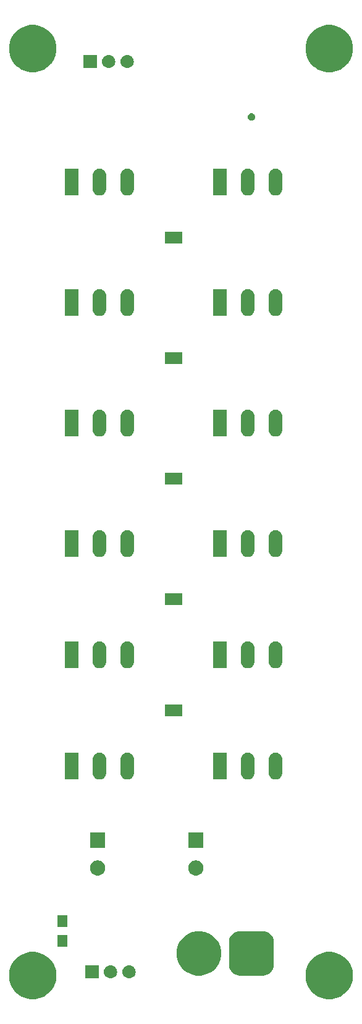
<source format=gbr>
G04 #@! TF.GenerationSoftware,KiCad,Pcbnew,(5.1.4)-1*
G04 #@! TF.CreationDate,2020-10-19T18:16:54+02:00*
G04 #@! TF.ProjectId,distrilite,64697374-7269-46c6-9974-652e6b696361,rev?*
G04 #@! TF.SameCoordinates,Original*
G04 #@! TF.FileFunction,Soldermask,Top*
G04 #@! TF.FilePolarity,Negative*
%FSLAX46Y46*%
G04 Gerber Fmt 4.6, Leading zero omitted, Abs format (unit mm)*
G04 Created by KiCad (PCBNEW (5.1.4)-1) date 2020-10-19 18:16:54*
%MOMM*%
%LPD*%
G04 APERTURE LIST*
%ADD10C,0.100000*%
G04 APERTURE END LIST*
D10*
G36*
X71754239Y-164451467D02*
G01*
X72068282Y-164513934D01*
X72659926Y-164759001D01*
X73192392Y-165114784D01*
X73645216Y-165567608D01*
X74000999Y-166100074D01*
X74246066Y-166691718D01*
X74305888Y-166992462D01*
X74371000Y-167319803D01*
X74371000Y-167960197D01*
X74308533Y-168274239D01*
X74246066Y-168588282D01*
X74000999Y-169179926D01*
X73645216Y-169712392D01*
X73192392Y-170165216D01*
X72659926Y-170520999D01*
X72068282Y-170766066D01*
X71754239Y-170828533D01*
X71440197Y-170891000D01*
X70799803Y-170891000D01*
X70485761Y-170828533D01*
X70171718Y-170766066D01*
X69580074Y-170520999D01*
X69047608Y-170165216D01*
X68594784Y-169712392D01*
X68239001Y-169179926D01*
X67993934Y-168588282D01*
X67931467Y-168274239D01*
X67869000Y-167960197D01*
X67869000Y-167319803D01*
X67934112Y-166992462D01*
X67993934Y-166691718D01*
X68239001Y-166100074D01*
X68594784Y-165567608D01*
X69047608Y-165114784D01*
X69580074Y-164759001D01*
X70171718Y-164513934D01*
X70485761Y-164451467D01*
X70799803Y-164389000D01*
X71440197Y-164389000D01*
X71754239Y-164451467D01*
X71754239Y-164451467D01*
G37*
G36*
X31114239Y-164451467D02*
G01*
X31428282Y-164513934D01*
X32019926Y-164759001D01*
X32552392Y-165114784D01*
X33005216Y-165567608D01*
X33360999Y-166100074D01*
X33606066Y-166691718D01*
X33665888Y-166992462D01*
X33731000Y-167319803D01*
X33731000Y-167960197D01*
X33668533Y-168274239D01*
X33606066Y-168588282D01*
X33360999Y-169179926D01*
X33005216Y-169712392D01*
X32552392Y-170165216D01*
X32019926Y-170520999D01*
X31428282Y-170766066D01*
X31114239Y-170828533D01*
X30800197Y-170891000D01*
X30159803Y-170891000D01*
X29845761Y-170828533D01*
X29531718Y-170766066D01*
X28940074Y-170520999D01*
X28407608Y-170165216D01*
X27954784Y-169712392D01*
X27599001Y-169179926D01*
X27353934Y-168588282D01*
X27291467Y-168274239D01*
X27229000Y-167960197D01*
X27229000Y-167319803D01*
X27294112Y-166992462D01*
X27353934Y-166691718D01*
X27599001Y-166100074D01*
X27954784Y-165567608D01*
X28407608Y-165114784D01*
X28940074Y-164759001D01*
X29531718Y-164513934D01*
X29845761Y-164451467D01*
X30159803Y-164389000D01*
X30800197Y-164389000D01*
X31114239Y-164451467D01*
X31114239Y-164451467D01*
G37*
G36*
X43798442Y-166237518D02*
G01*
X43864627Y-166244037D01*
X44034466Y-166295557D01*
X44190991Y-166379222D01*
X44226729Y-166408552D01*
X44328186Y-166491814D01*
X44411448Y-166593271D01*
X44440778Y-166629009D01*
X44524443Y-166785534D01*
X44575963Y-166955373D01*
X44593359Y-167132000D01*
X44575963Y-167308627D01*
X44524443Y-167478466D01*
X44440778Y-167634991D01*
X44434205Y-167643000D01*
X44328186Y-167772186D01*
X44226729Y-167855448D01*
X44190991Y-167884778D01*
X44034466Y-167968443D01*
X43864627Y-168019963D01*
X43798442Y-168026482D01*
X43732260Y-168033000D01*
X43643740Y-168033000D01*
X43577558Y-168026482D01*
X43511373Y-168019963D01*
X43341534Y-167968443D01*
X43185009Y-167884778D01*
X43149271Y-167855448D01*
X43047814Y-167772186D01*
X42941795Y-167643000D01*
X42935222Y-167634991D01*
X42851557Y-167478466D01*
X42800037Y-167308627D01*
X42782641Y-167132000D01*
X42800037Y-166955373D01*
X42851557Y-166785534D01*
X42935222Y-166629009D01*
X42964552Y-166593271D01*
X43047814Y-166491814D01*
X43149271Y-166408552D01*
X43185009Y-166379222D01*
X43341534Y-166295557D01*
X43511373Y-166244037D01*
X43577558Y-166237518D01*
X43643740Y-166231000D01*
X43732260Y-166231000D01*
X43798442Y-166237518D01*
X43798442Y-166237518D01*
G37*
G36*
X41258442Y-166237518D02*
G01*
X41324627Y-166244037D01*
X41494466Y-166295557D01*
X41650991Y-166379222D01*
X41686729Y-166408552D01*
X41788186Y-166491814D01*
X41871448Y-166593271D01*
X41900778Y-166629009D01*
X41984443Y-166785534D01*
X42035963Y-166955373D01*
X42053359Y-167132000D01*
X42035963Y-167308627D01*
X41984443Y-167478466D01*
X41900778Y-167634991D01*
X41894205Y-167643000D01*
X41788186Y-167772186D01*
X41686729Y-167855448D01*
X41650991Y-167884778D01*
X41494466Y-167968443D01*
X41324627Y-168019963D01*
X41258442Y-168026482D01*
X41192260Y-168033000D01*
X41103740Y-168033000D01*
X41037558Y-168026482D01*
X40971373Y-168019963D01*
X40801534Y-167968443D01*
X40645009Y-167884778D01*
X40609271Y-167855448D01*
X40507814Y-167772186D01*
X40401795Y-167643000D01*
X40395222Y-167634991D01*
X40311557Y-167478466D01*
X40260037Y-167308627D01*
X40242641Y-167132000D01*
X40260037Y-166955373D01*
X40311557Y-166785534D01*
X40395222Y-166629009D01*
X40424552Y-166593271D01*
X40507814Y-166491814D01*
X40609271Y-166408552D01*
X40645009Y-166379222D01*
X40801534Y-166295557D01*
X40971373Y-166244037D01*
X41037558Y-166237518D01*
X41103740Y-166231000D01*
X41192260Y-166231000D01*
X41258442Y-166237518D01*
X41258442Y-166237518D01*
G37*
G36*
X39509000Y-168033000D02*
G01*
X37707000Y-168033000D01*
X37707000Y-166231000D01*
X39509000Y-166231000D01*
X39509000Y-168033000D01*
X39509000Y-168033000D01*
G37*
G36*
X54141943Y-161658248D02*
G01*
X54697189Y-161888238D01*
X54697190Y-161888239D01*
X55196899Y-162222134D01*
X55621866Y-162647101D01*
X55621867Y-162647103D01*
X55955762Y-163146811D01*
X56185752Y-163702057D01*
X56303000Y-164291501D01*
X56303000Y-164892499D01*
X56185752Y-165481943D01*
X55955762Y-166037189D01*
X55955761Y-166037190D01*
X55621866Y-166536899D01*
X55196899Y-166961866D01*
X54945347Y-167129948D01*
X54697189Y-167295762D01*
X54141943Y-167525752D01*
X53552499Y-167643000D01*
X52951501Y-167643000D01*
X52362057Y-167525752D01*
X51806811Y-167295762D01*
X51558653Y-167129948D01*
X51307101Y-166961866D01*
X50882134Y-166536899D01*
X50548239Y-166037190D01*
X50548238Y-166037189D01*
X50318248Y-165481943D01*
X50201000Y-164892499D01*
X50201000Y-164291501D01*
X50318248Y-163702057D01*
X50548238Y-163146811D01*
X50882133Y-162647103D01*
X50882134Y-162647101D01*
X51307101Y-162222134D01*
X51806810Y-161888239D01*
X51806811Y-161888238D01*
X52362057Y-161658248D01*
X52951501Y-161541000D01*
X53552499Y-161541000D01*
X54141943Y-161658248D01*
X54141943Y-161658248D01*
G37*
G36*
X62325297Y-161569704D02*
G01*
X62599637Y-161652924D01*
X62852462Y-161788062D01*
X63074070Y-161969930D01*
X63255938Y-162191538D01*
X63391076Y-162444363D01*
X63474296Y-162718703D01*
X63503000Y-163010140D01*
X63503000Y-166173860D01*
X63474296Y-166465297D01*
X63391076Y-166739637D01*
X63255938Y-166992462D01*
X63074070Y-167214070D01*
X62852462Y-167395938D01*
X62599637Y-167531076D01*
X62325297Y-167614296D01*
X62033860Y-167643000D01*
X58870140Y-167643000D01*
X58578703Y-167614296D01*
X58304363Y-167531076D01*
X58051538Y-167395938D01*
X57829930Y-167214070D01*
X57648062Y-166992462D01*
X57512924Y-166739637D01*
X57429704Y-166465297D01*
X57401000Y-166173860D01*
X57401000Y-163010140D01*
X57429704Y-162718703D01*
X57512924Y-162444363D01*
X57648062Y-162191538D01*
X57829930Y-161969930D01*
X58051538Y-161788062D01*
X58304363Y-161652924D01*
X58578703Y-161569704D01*
X58870140Y-161541000D01*
X62033860Y-161541000D01*
X62325297Y-161569704D01*
X62325297Y-161569704D01*
G37*
G36*
X35245000Y-163695000D02*
G01*
X33843000Y-163695000D01*
X33843000Y-162093000D01*
X35245000Y-162093000D01*
X35245000Y-163695000D01*
X35245000Y-163695000D01*
G37*
G36*
X35245000Y-160995000D02*
G01*
X33843000Y-160995000D01*
X33843000Y-159393000D01*
X35245000Y-159393000D01*
X35245000Y-160995000D01*
X35245000Y-160995000D01*
G37*
G36*
X39676564Y-151887389D02*
G01*
X39867833Y-151966615D01*
X39867835Y-151966616D01*
X40039973Y-152081635D01*
X40186365Y-152228027D01*
X40301385Y-152400167D01*
X40380611Y-152591436D01*
X40421000Y-152794484D01*
X40421000Y-153001516D01*
X40380611Y-153204564D01*
X40301385Y-153395833D01*
X40301384Y-153395835D01*
X40186365Y-153567973D01*
X40039973Y-153714365D01*
X39867835Y-153829384D01*
X39867834Y-153829385D01*
X39867833Y-153829385D01*
X39676564Y-153908611D01*
X39473516Y-153949000D01*
X39266484Y-153949000D01*
X39063436Y-153908611D01*
X38872167Y-153829385D01*
X38872166Y-153829385D01*
X38872165Y-153829384D01*
X38700027Y-153714365D01*
X38553635Y-153567973D01*
X38438616Y-153395835D01*
X38438615Y-153395833D01*
X38359389Y-153204564D01*
X38319000Y-153001516D01*
X38319000Y-152794484D01*
X38359389Y-152591436D01*
X38438615Y-152400167D01*
X38553635Y-152228027D01*
X38700027Y-152081635D01*
X38872165Y-151966616D01*
X38872167Y-151966615D01*
X39063436Y-151887389D01*
X39266484Y-151847000D01*
X39473516Y-151847000D01*
X39676564Y-151887389D01*
X39676564Y-151887389D01*
G37*
G36*
X53138564Y-151887389D02*
G01*
X53329833Y-151966615D01*
X53329835Y-151966616D01*
X53501973Y-152081635D01*
X53648365Y-152228027D01*
X53763385Y-152400167D01*
X53842611Y-152591436D01*
X53883000Y-152794484D01*
X53883000Y-153001516D01*
X53842611Y-153204564D01*
X53763385Y-153395833D01*
X53763384Y-153395835D01*
X53648365Y-153567973D01*
X53501973Y-153714365D01*
X53329835Y-153829384D01*
X53329834Y-153829385D01*
X53329833Y-153829385D01*
X53138564Y-153908611D01*
X52935516Y-153949000D01*
X52728484Y-153949000D01*
X52525436Y-153908611D01*
X52334167Y-153829385D01*
X52334166Y-153829385D01*
X52334165Y-153829384D01*
X52162027Y-153714365D01*
X52015635Y-153567973D01*
X51900616Y-153395835D01*
X51900615Y-153395833D01*
X51821389Y-153204564D01*
X51781000Y-153001516D01*
X51781000Y-152794484D01*
X51821389Y-152591436D01*
X51900615Y-152400167D01*
X52015635Y-152228027D01*
X52162027Y-152081635D01*
X52334165Y-151966616D01*
X52334167Y-151966615D01*
X52525436Y-151887389D01*
X52728484Y-151847000D01*
X52935516Y-151847000D01*
X53138564Y-151887389D01*
X53138564Y-151887389D01*
G37*
G36*
X53883000Y-150149000D02*
G01*
X51781000Y-150149000D01*
X51781000Y-148047000D01*
X53883000Y-148047000D01*
X53883000Y-150149000D01*
X53883000Y-150149000D01*
G37*
G36*
X40421000Y-150149000D02*
G01*
X38319000Y-150149000D01*
X38319000Y-148047000D01*
X40421000Y-148047000D01*
X40421000Y-150149000D01*
X40421000Y-150149000D01*
G37*
G36*
X43620424Y-137100760D02*
G01*
X43620427Y-137100761D01*
X43620428Y-137100761D01*
X43799692Y-137155140D01*
X43799695Y-137155142D01*
X43799696Y-137155142D01*
X43964903Y-137243446D01*
X44109712Y-137362288D01*
X44228554Y-137507097D01*
X44316858Y-137672303D01*
X44316860Y-137672307D01*
X44316860Y-137672308D01*
X44371240Y-137851575D01*
X44385000Y-137991282D01*
X44385000Y-139884718D01*
X44371240Y-140024425D01*
X44371239Y-140024428D01*
X44371239Y-140024429D01*
X44316860Y-140203693D01*
X44316858Y-140203696D01*
X44316858Y-140203697D01*
X44228554Y-140368903D01*
X44109712Y-140513712D01*
X43964903Y-140632554D01*
X43799697Y-140720858D01*
X43799693Y-140720860D01*
X43620429Y-140775239D01*
X43620428Y-140775239D01*
X43620425Y-140775240D01*
X43434000Y-140793601D01*
X43247576Y-140775240D01*
X43247573Y-140775239D01*
X43247572Y-140775239D01*
X43068308Y-140720860D01*
X43068304Y-140720858D01*
X42903098Y-140632554D01*
X42758289Y-140513712D01*
X42639447Y-140368903D01*
X42551143Y-140203697D01*
X42551143Y-140203696D01*
X42551141Y-140203693D01*
X42496762Y-140024429D01*
X42496762Y-140024428D01*
X42496761Y-140024425D01*
X42483000Y-139884717D01*
X42483000Y-137991283D01*
X42496760Y-137851576D01*
X42496761Y-137851572D01*
X42551140Y-137672308D01*
X42551143Y-137672303D01*
X42639446Y-137507097D01*
X42758288Y-137362288D01*
X42903097Y-137243446D01*
X43068303Y-137155142D01*
X43068304Y-137155142D01*
X43068307Y-137155140D01*
X43247571Y-137100761D01*
X43247572Y-137100761D01*
X43247575Y-137100760D01*
X43434000Y-137082399D01*
X43620424Y-137100760D01*
X43620424Y-137100760D01*
G37*
G36*
X63940424Y-137100760D02*
G01*
X63940427Y-137100761D01*
X63940428Y-137100761D01*
X64119692Y-137155140D01*
X64119695Y-137155142D01*
X64119696Y-137155142D01*
X64284903Y-137243446D01*
X64429712Y-137362288D01*
X64548554Y-137507097D01*
X64636858Y-137672303D01*
X64636860Y-137672307D01*
X64636860Y-137672308D01*
X64691240Y-137851575D01*
X64705000Y-137991282D01*
X64705000Y-139884718D01*
X64691240Y-140024425D01*
X64691239Y-140024428D01*
X64691239Y-140024429D01*
X64636860Y-140203693D01*
X64636858Y-140203696D01*
X64636858Y-140203697D01*
X64548554Y-140368903D01*
X64429712Y-140513712D01*
X64284903Y-140632554D01*
X64119697Y-140720858D01*
X64119693Y-140720860D01*
X63940429Y-140775239D01*
X63940428Y-140775239D01*
X63940425Y-140775240D01*
X63754000Y-140793601D01*
X63567576Y-140775240D01*
X63567573Y-140775239D01*
X63567572Y-140775239D01*
X63388308Y-140720860D01*
X63388304Y-140720858D01*
X63223098Y-140632554D01*
X63078289Y-140513712D01*
X62959447Y-140368903D01*
X62871143Y-140203697D01*
X62871143Y-140203696D01*
X62871141Y-140203693D01*
X62816762Y-140024429D01*
X62816762Y-140024428D01*
X62816761Y-140024425D01*
X62803000Y-139884717D01*
X62803000Y-137991283D01*
X62816760Y-137851576D01*
X62816761Y-137851572D01*
X62871140Y-137672308D01*
X62871143Y-137672303D01*
X62959446Y-137507097D01*
X63078288Y-137362288D01*
X63223097Y-137243446D01*
X63388303Y-137155142D01*
X63388304Y-137155142D01*
X63388307Y-137155140D01*
X63567571Y-137100761D01*
X63567572Y-137100761D01*
X63567575Y-137100760D01*
X63754000Y-137082399D01*
X63940424Y-137100760D01*
X63940424Y-137100760D01*
G37*
G36*
X60130424Y-137100760D02*
G01*
X60130427Y-137100761D01*
X60130428Y-137100761D01*
X60309692Y-137155140D01*
X60309695Y-137155142D01*
X60309696Y-137155142D01*
X60474903Y-137243446D01*
X60619712Y-137362288D01*
X60738554Y-137507097D01*
X60826858Y-137672303D01*
X60826860Y-137672307D01*
X60826860Y-137672308D01*
X60881240Y-137851575D01*
X60895000Y-137991282D01*
X60895000Y-139884718D01*
X60881240Y-140024425D01*
X60881239Y-140024428D01*
X60881239Y-140024429D01*
X60826860Y-140203693D01*
X60826858Y-140203696D01*
X60826858Y-140203697D01*
X60738554Y-140368903D01*
X60619712Y-140513712D01*
X60474903Y-140632554D01*
X60309697Y-140720858D01*
X60309693Y-140720860D01*
X60130429Y-140775239D01*
X60130428Y-140775239D01*
X60130425Y-140775240D01*
X59944000Y-140793601D01*
X59757576Y-140775240D01*
X59757573Y-140775239D01*
X59757572Y-140775239D01*
X59578308Y-140720860D01*
X59578304Y-140720858D01*
X59413098Y-140632554D01*
X59268289Y-140513712D01*
X59149447Y-140368903D01*
X59061143Y-140203697D01*
X59061143Y-140203696D01*
X59061141Y-140203693D01*
X59006762Y-140024429D01*
X59006762Y-140024428D01*
X59006761Y-140024425D01*
X58993000Y-139884717D01*
X58993000Y-137991283D01*
X59006760Y-137851576D01*
X59006761Y-137851572D01*
X59061140Y-137672308D01*
X59061143Y-137672303D01*
X59149446Y-137507097D01*
X59268288Y-137362288D01*
X59413097Y-137243446D01*
X59578303Y-137155142D01*
X59578304Y-137155142D01*
X59578307Y-137155140D01*
X59757571Y-137100761D01*
X59757572Y-137100761D01*
X59757575Y-137100760D01*
X59944000Y-137082399D01*
X60130424Y-137100760D01*
X60130424Y-137100760D01*
G37*
G36*
X39810424Y-137100760D02*
G01*
X39810427Y-137100761D01*
X39810428Y-137100761D01*
X39989692Y-137155140D01*
X39989695Y-137155142D01*
X39989696Y-137155142D01*
X40154903Y-137243446D01*
X40299712Y-137362288D01*
X40418554Y-137507097D01*
X40506858Y-137672303D01*
X40506860Y-137672307D01*
X40506860Y-137672308D01*
X40561240Y-137851575D01*
X40575000Y-137991282D01*
X40575000Y-139884718D01*
X40561240Y-140024425D01*
X40561239Y-140024428D01*
X40561239Y-140024429D01*
X40506860Y-140203693D01*
X40506858Y-140203696D01*
X40506858Y-140203697D01*
X40418554Y-140368903D01*
X40299712Y-140513712D01*
X40154903Y-140632554D01*
X39989697Y-140720858D01*
X39989693Y-140720860D01*
X39810429Y-140775239D01*
X39810428Y-140775239D01*
X39810425Y-140775240D01*
X39624000Y-140793601D01*
X39437576Y-140775240D01*
X39437573Y-140775239D01*
X39437572Y-140775239D01*
X39258308Y-140720860D01*
X39258304Y-140720858D01*
X39093098Y-140632554D01*
X38948289Y-140513712D01*
X38829447Y-140368903D01*
X38741143Y-140203697D01*
X38741143Y-140203696D01*
X38741141Y-140203693D01*
X38686762Y-140024429D01*
X38686762Y-140024428D01*
X38686761Y-140024425D01*
X38673000Y-139884717D01*
X38673000Y-137991283D01*
X38686760Y-137851576D01*
X38686761Y-137851572D01*
X38741140Y-137672308D01*
X38741143Y-137672303D01*
X38829446Y-137507097D01*
X38948288Y-137362288D01*
X39093097Y-137243446D01*
X39258303Y-137155142D01*
X39258304Y-137155142D01*
X39258307Y-137155140D01*
X39437571Y-137100761D01*
X39437572Y-137100761D01*
X39437575Y-137100760D01*
X39624000Y-137082399D01*
X39810424Y-137100760D01*
X39810424Y-137100760D01*
G37*
G36*
X36765000Y-140789000D02*
G01*
X34863000Y-140789000D01*
X34863000Y-137087000D01*
X36765000Y-137087000D01*
X36765000Y-140789000D01*
X36765000Y-140789000D01*
G37*
G36*
X57085000Y-140789000D02*
G01*
X55183000Y-140789000D01*
X55183000Y-137087000D01*
X57085000Y-137087000D01*
X57085000Y-140789000D01*
X57085000Y-140789000D01*
G37*
G36*
X50985000Y-132119000D02*
G01*
X48583000Y-132119000D01*
X48583000Y-130517000D01*
X50985000Y-130517000D01*
X50985000Y-132119000D01*
X50985000Y-132119000D01*
G37*
G36*
X43620424Y-121860760D02*
G01*
X43620427Y-121860761D01*
X43620428Y-121860761D01*
X43799692Y-121915140D01*
X43799695Y-121915142D01*
X43799696Y-121915142D01*
X43964903Y-122003446D01*
X44109712Y-122122288D01*
X44228554Y-122267097D01*
X44316858Y-122432303D01*
X44316860Y-122432307D01*
X44316860Y-122432308D01*
X44371240Y-122611575D01*
X44385000Y-122751282D01*
X44385000Y-124644718D01*
X44371240Y-124784425D01*
X44371239Y-124784428D01*
X44371239Y-124784429D01*
X44316860Y-124963693D01*
X44316858Y-124963696D01*
X44316858Y-124963697D01*
X44228554Y-125128903D01*
X44109712Y-125273712D01*
X43964903Y-125392554D01*
X43799697Y-125480858D01*
X43799693Y-125480860D01*
X43620429Y-125535239D01*
X43620428Y-125535239D01*
X43620425Y-125535240D01*
X43434000Y-125553601D01*
X43247576Y-125535240D01*
X43247573Y-125535239D01*
X43247572Y-125535239D01*
X43068308Y-125480860D01*
X43068304Y-125480858D01*
X42903098Y-125392554D01*
X42758289Y-125273712D01*
X42639447Y-125128903D01*
X42551143Y-124963697D01*
X42551143Y-124963696D01*
X42551141Y-124963693D01*
X42496762Y-124784429D01*
X42496762Y-124784428D01*
X42496761Y-124784425D01*
X42483000Y-124644717D01*
X42483000Y-122751283D01*
X42496760Y-122611576D01*
X42496761Y-122611572D01*
X42551140Y-122432308D01*
X42551143Y-122432303D01*
X42639446Y-122267097D01*
X42758288Y-122122288D01*
X42903097Y-122003446D01*
X43068303Y-121915142D01*
X43068304Y-121915142D01*
X43068307Y-121915140D01*
X43247571Y-121860761D01*
X43247572Y-121860761D01*
X43247575Y-121860760D01*
X43434000Y-121842399D01*
X43620424Y-121860760D01*
X43620424Y-121860760D01*
G37*
G36*
X63940424Y-121860760D02*
G01*
X63940427Y-121860761D01*
X63940428Y-121860761D01*
X64119692Y-121915140D01*
X64119695Y-121915142D01*
X64119696Y-121915142D01*
X64284903Y-122003446D01*
X64429712Y-122122288D01*
X64548554Y-122267097D01*
X64636858Y-122432303D01*
X64636860Y-122432307D01*
X64636860Y-122432308D01*
X64691240Y-122611575D01*
X64705000Y-122751282D01*
X64705000Y-124644718D01*
X64691240Y-124784425D01*
X64691239Y-124784428D01*
X64691239Y-124784429D01*
X64636860Y-124963693D01*
X64636858Y-124963696D01*
X64636858Y-124963697D01*
X64548554Y-125128903D01*
X64429712Y-125273712D01*
X64284903Y-125392554D01*
X64119697Y-125480858D01*
X64119693Y-125480860D01*
X63940429Y-125535239D01*
X63940428Y-125535239D01*
X63940425Y-125535240D01*
X63754000Y-125553601D01*
X63567576Y-125535240D01*
X63567573Y-125535239D01*
X63567572Y-125535239D01*
X63388308Y-125480860D01*
X63388304Y-125480858D01*
X63223098Y-125392554D01*
X63078289Y-125273712D01*
X62959447Y-125128903D01*
X62871143Y-124963697D01*
X62871143Y-124963696D01*
X62871141Y-124963693D01*
X62816762Y-124784429D01*
X62816762Y-124784428D01*
X62816761Y-124784425D01*
X62803000Y-124644717D01*
X62803000Y-122751283D01*
X62816760Y-122611576D01*
X62816761Y-122611572D01*
X62871140Y-122432308D01*
X62871143Y-122432303D01*
X62959446Y-122267097D01*
X63078288Y-122122288D01*
X63223097Y-122003446D01*
X63388303Y-121915142D01*
X63388304Y-121915142D01*
X63388307Y-121915140D01*
X63567571Y-121860761D01*
X63567572Y-121860761D01*
X63567575Y-121860760D01*
X63754000Y-121842399D01*
X63940424Y-121860760D01*
X63940424Y-121860760D01*
G37*
G36*
X60130424Y-121860760D02*
G01*
X60130427Y-121860761D01*
X60130428Y-121860761D01*
X60309692Y-121915140D01*
X60309695Y-121915142D01*
X60309696Y-121915142D01*
X60474903Y-122003446D01*
X60619712Y-122122288D01*
X60738554Y-122267097D01*
X60826858Y-122432303D01*
X60826860Y-122432307D01*
X60826860Y-122432308D01*
X60881240Y-122611575D01*
X60895000Y-122751282D01*
X60895000Y-124644718D01*
X60881240Y-124784425D01*
X60881239Y-124784428D01*
X60881239Y-124784429D01*
X60826860Y-124963693D01*
X60826858Y-124963696D01*
X60826858Y-124963697D01*
X60738554Y-125128903D01*
X60619712Y-125273712D01*
X60474903Y-125392554D01*
X60309697Y-125480858D01*
X60309693Y-125480860D01*
X60130429Y-125535239D01*
X60130428Y-125535239D01*
X60130425Y-125535240D01*
X59944000Y-125553601D01*
X59757576Y-125535240D01*
X59757573Y-125535239D01*
X59757572Y-125535239D01*
X59578308Y-125480860D01*
X59578304Y-125480858D01*
X59413098Y-125392554D01*
X59268289Y-125273712D01*
X59149447Y-125128903D01*
X59061143Y-124963697D01*
X59061143Y-124963696D01*
X59061141Y-124963693D01*
X59006762Y-124784429D01*
X59006762Y-124784428D01*
X59006761Y-124784425D01*
X58993000Y-124644717D01*
X58993000Y-122751283D01*
X59006760Y-122611576D01*
X59006761Y-122611572D01*
X59061140Y-122432308D01*
X59061143Y-122432303D01*
X59149446Y-122267097D01*
X59268288Y-122122288D01*
X59413097Y-122003446D01*
X59578303Y-121915142D01*
X59578304Y-121915142D01*
X59578307Y-121915140D01*
X59757571Y-121860761D01*
X59757572Y-121860761D01*
X59757575Y-121860760D01*
X59944000Y-121842399D01*
X60130424Y-121860760D01*
X60130424Y-121860760D01*
G37*
G36*
X39810424Y-121860760D02*
G01*
X39810427Y-121860761D01*
X39810428Y-121860761D01*
X39989692Y-121915140D01*
X39989695Y-121915142D01*
X39989696Y-121915142D01*
X40154903Y-122003446D01*
X40299712Y-122122288D01*
X40418554Y-122267097D01*
X40506858Y-122432303D01*
X40506860Y-122432307D01*
X40506860Y-122432308D01*
X40561240Y-122611575D01*
X40575000Y-122751282D01*
X40575000Y-124644718D01*
X40561240Y-124784425D01*
X40561239Y-124784428D01*
X40561239Y-124784429D01*
X40506860Y-124963693D01*
X40506858Y-124963696D01*
X40506858Y-124963697D01*
X40418554Y-125128903D01*
X40299712Y-125273712D01*
X40154903Y-125392554D01*
X39989697Y-125480858D01*
X39989693Y-125480860D01*
X39810429Y-125535239D01*
X39810428Y-125535239D01*
X39810425Y-125535240D01*
X39624000Y-125553601D01*
X39437576Y-125535240D01*
X39437573Y-125535239D01*
X39437572Y-125535239D01*
X39258308Y-125480860D01*
X39258304Y-125480858D01*
X39093098Y-125392554D01*
X38948289Y-125273712D01*
X38829447Y-125128903D01*
X38741143Y-124963697D01*
X38741143Y-124963696D01*
X38741141Y-124963693D01*
X38686762Y-124784429D01*
X38686762Y-124784428D01*
X38686761Y-124784425D01*
X38673000Y-124644717D01*
X38673000Y-122751283D01*
X38686760Y-122611576D01*
X38686761Y-122611572D01*
X38741140Y-122432308D01*
X38741143Y-122432303D01*
X38829446Y-122267097D01*
X38948288Y-122122288D01*
X39093097Y-122003446D01*
X39258303Y-121915142D01*
X39258304Y-121915142D01*
X39258307Y-121915140D01*
X39437571Y-121860761D01*
X39437572Y-121860761D01*
X39437575Y-121860760D01*
X39624000Y-121842399D01*
X39810424Y-121860760D01*
X39810424Y-121860760D01*
G37*
G36*
X36765000Y-125549000D02*
G01*
X34863000Y-125549000D01*
X34863000Y-121847000D01*
X36765000Y-121847000D01*
X36765000Y-125549000D01*
X36765000Y-125549000D01*
G37*
G36*
X57085000Y-125549000D02*
G01*
X55183000Y-125549000D01*
X55183000Y-121847000D01*
X57085000Y-121847000D01*
X57085000Y-125549000D01*
X57085000Y-125549000D01*
G37*
G36*
X50985000Y-116879000D02*
G01*
X48583000Y-116879000D01*
X48583000Y-115277000D01*
X50985000Y-115277000D01*
X50985000Y-116879000D01*
X50985000Y-116879000D01*
G37*
G36*
X60130424Y-106620760D02*
G01*
X60130427Y-106620761D01*
X60130428Y-106620761D01*
X60309692Y-106675140D01*
X60309695Y-106675142D01*
X60309696Y-106675142D01*
X60474903Y-106763446D01*
X60619712Y-106882288D01*
X60738554Y-107027097D01*
X60826858Y-107192303D01*
X60826860Y-107192307D01*
X60826860Y-107192308D01*
X60881240Y-107371575D01*
X60895000Y-107511282D01*
X60895000Y-109404718D01*
X60881240Y-109544425D01*
X60881239Y-109544428D01*
X60881239Y-109544429D01*
X60826860Y-109723693D01*
X60826858Y-109723696D01*
X60826858Y-109723697D01*
X60738554Y-109888903D01*
X60619712Y-110033712D01*
X60474903Y-110152554D01*
X60309697Y-110240858D01*
X60309693Y-110240860D01*
X60130429Y-110295239D01*
X60130428Y-110295239D01*
X60130425Y-110295240D01*
X59944000Y-110313601D01*
X59757576Y-110295240D01*
X59757573Y-110295239D01*
X59757572Y-110295239D01*
X59578308Y-110240860D01*
X59578304Y-110240858D01*
X59413098Y-110152554D01*
X59268289Y-110033712D01*
X59149447Y-109888903D01*
X59061143Y-109723697D01*
X59061143Y-109723696D01*
X59061141Y-109723693D01*
X59006762Y-109544429D01*
X59006762Y-109544428D01*
X59006761Y-109544425D01*
X58993000Y-109404717D01*
X58993000Y-107511283D01*
X59006760Y-107371576D01*
X59006761Y-107371572D01*
X59061140Y-107192308D01*
X59061143Y-107192303D01*
X59149446Y-107027097D01*
X59268288Y-106882288D01*
X59413097Y-106763446D01*
X59578303Y-106675142D01*
X59578304Y-106675142D01*
X59578307Y-106675140D01*
X59757571Y-106620761D01*
X59757572Y-106620761D01*
X59757575Y-106620760D01*
X59944000Y-106602399D01*
X60130424Y-106620760D01*
X60130424Y-106620760D01*
G37*
G36*
X63940424Y-106620760D02*
G01*
X63940427Y-106620761D01*
X63940428Y-106620761D01*
X64119692Y-106675140D01*
X64119695Y-106675142D01*
X64119696Y-106675142D01*
X64284903Y-106763446D01*
X64429712Y-106882288D01*
X64548554Y-107027097D01*
X64636858Y-107192303D01*
X64636860Y-107192307D01*
X64636860Y-107192308D01*
X64691240Y-107371575D01*
X64705000Y-107511282D01*
X64705000Y-109404718D01*
X64691240Y-109544425D01*
X64691239Y-109544428D01*
X64691239Y-109544429D01*
X64636860Y-109723693D01*
X64636858Y-109723696D01*
X64636858Y-109723697D01*
X64548554Y-109888903D01*
X64429712Y-110033712D01*
X64284903Y-110152554D01*
X64119697Y-110240858D01*
X64119693Y-110240860D01*
X63940429Y-110295239D01*
X63940428Y-110295239D01*
X63940425Y-110295240D01*
X63754000Y-110313601D01*
X63567576Y-110295240D01*
X63567573Y-110295239D01*
X63567572Y-110295239D01*
X63388308Y-110240860D01*
X63388304Y-110240858D01*
X63223098Y-110152554D01*
X63078289Y-110033712D01*
X62959447Y-109888903D01*
X62871143Y-109723697D01*
X62871143Y-109723696D01*
X62871141Y-109723693D01*
X62816762Y-109544429D01*
X62816762Y-109544428D01*
X62816761Y-109544425D01*
X62803000Y-109404717D01*
X62803000Y-107511283D01*
X62816760Y-107371576D01*
X62816761Y-107371572D01*
X62871140Y-107192308D01*
X62871143Y-107192303D01*
X62959446Y-107027097D01*
X63078288Y-106882288D01*
X63223097Y-106763446D01*
X63388303Y-106675142D01*
X63388304Y-106675142D01*
X63388307Y-106675140D01*
X63567571Y-106620761D01*
X63567572Y-106620761D01*
X63567575Y-106620760D01*
X63754000Y-106602399D01*
X63940424Y-106620760D01*
X63940424Y-106620760D01*
G37*
G36*
X43620424Y-106620760D02*
G01*
X43620427Y-106620761D01*
X43620428Y-106620761D01*
X43799692Y-106675140D01*
X43799695Y-106675142D01*
X43799696Y-106675142D01*
X43964903Y-106763446D01*
X44109712Y-106882288D01*
X44228554Y-107027097D01*
X44316858Y-107192303D01*
X44316860Y-107192307D01*
X44316860Y-107192308D01*
X44371240Y-107371575D01*
X44385000Y-107511282D01*
X44385000Y-109404718D01*
X44371240Y-109544425D01*
X44371239Y-109544428D01*
X44371239Y-109544429D01*
X44316860Y-109723693D01*
X44316858Y-109723696D01*
X44316858Y-109723697D01*
X44228554Y-109888903D01*
X44109712Y-110033712D01*
X43964903Y-110152554D01*
X43799697Y-110240858D01*
X43799693Y-110240860D01*
X43620429Y-110295239D01*
X43620428Y-110295239D01*
X43620425Y-110295240D01*
X43434000Y-110313601D01*
X43247576Y-110295240D01*
X43247573Y-110295239D01*
X43247572Y-110295239D01*
X43068308Y-110240860D01*
X43068304Y-110240858D01*
X42903098Y-110152554D01*
X42758289Y-110033712D01*
X42639447Y-109888903D01*
X42551143Y-109723697D01*
X42551143Y-109723696D01*
X42551141Y-109723693D01*
X42496762Y-109544429D01*
X42496762Y-109544428D01*
X42496761Y-109544425D01*
X42483000Y-109404717D01*
X42483000Y-107511283D01*
X42496760Y-107371576D01*
X42496761Y-107371572D01*
X42551140Y-107192308D01*
X42551143Y-107192303D01*
X42639446Y-107027097D01*
X42758288Y-106882288D01*
X42903097Y-106763446D01*
X43068303Y-106675142D01*
X43068304Y-106675142D01*
X43068307Y-106675140D01*
X43247571Y-106620761D01*
X43247572Y-106620761D01*
X43247575Y-106620760D01*
X43434000Y-106602399D01*
X43620424Y-106620760D01*
X43620424Y-106620760D01*
G37*
G36*
X39810424Y-106620760D02*
G01*
X39810427Y-106620761D01*
X39810428Y-106620761D01*
X39989692Y-106675140D01*
X39989695Y-106675142D01*
X39989696Y-106675142D01*
X40154903Y-106763446D01*
X40299712Y-106882288D01*
X40418554Y-107027097D01*
X40506858Y-107192303D01*
X40506860Y-107192307D01*
X40506860Y-107192308D01*
X40561240Y-107371575D01*
X40575000Y-107511282D01*
X40575000Y-109404718D01*
X40561240Y-109544425D01*
X40561239Y-109544428D01*
X40561239Y-109544429D01*
X40506860Y-109723693D01*
X40506858Y-109723696D01*
X40506858Y-109723697D01*
X40418554Y-109888903D01*
X40299712Y-110033712D01*
X40154903Y-110152554D01*
X39989697Y-110240858D01*
X39989693Y-110240860D01*
X39810429Y-110295239D01*
X39810428Y-110295239D01*
X39810425Y-110295240D01*
X39624000Y-110313601D01*
X39437576Y-110295240D01*
X39437573Y-110295239D01*
X39437572Y-110295239D01*
X39258308Y-110240860D01*
X39258304Y-110240858D01*
X39093098Y-110152554D01*
X38948289Y-110033712D01*
X38829447Y-109888903D01*
X38741143Y-109723697D01*
X38741143Y-109723696D01*
X38741141Y-109723693D01*
X38686762Y-109544429D01*
X38686762Y-109544428D01*
X38686761Y-109544425D01*
X38673000Y-109404717D01*
X38673000Y-107511283D01*
X38686760Y-107371576D01*
X38686761Y-107371572D01*
X38741140Y-107192308D01*
X38741143Y-107192303D01*
X38829446Y-107027097D01*
X38948288Y-106882288D01*
X39093097Y-106763446D01*
X39258303Y-106675142D01*
X39258304Y-106675142D01*
X39258307Y-106675140D01*
X39437571Y-106620761D01*
X39437572Y-106620761D01*
X39437575Y-106620760D01*
X39624000Y-106602399D01*
X39810424Y-106620760D01*
X39810424Y-106620760D01*
G37*
G36*
X36765000Y-110309000D02*
G01*
X34863000Y-110309000D01*
X34863000Y-106607000D01*
X36765000Y-106607000D01*
X36765000Y-110309000D01*
X36765000Y-110309000D01*
G37*
G36*
X57085000Y-110309000D02*
G01*
X55183000Y-110309000D01*
X55183000Y-106607000D01*
X57085000Y-106607000D01*
X57085000Y-110309000D01*
X57085000Y-110309000D01*
G37*
G36*
X50985000Y-100369000D02*
G01*
X48583000Y-100369000D01*
X48583000Y-98767000D01*
X50985000Y-98767000D01*
X50985000Y-100369000D01*
X50985000Y-100369000D01*
G37*
G36*
X39810424Y-90110760D02*
G01*
X39810427Y-90110761D01*
X39810428Y-90110761D01*
X39989692Y-90165140D01*
X39989695Y-90165142D01*
X39989696Y-90165142D01*
X40154903Y-90253446D01*
X40299712Y-90372288D01*
X40418554Y-90517097D01*
X40506858Y-90682303D01*
X40506860Y-90682307D01*
X40506860Y-90682308D01*
X40561240Y-90861575D01*
X40575000Y-91001282D01*
X40575000Y-92894718D01*
X40561240Y-93034425D01*
X40561239Y-93034428D01*
X40561239Y-93034429D01*
X40506860Y-93213693D01*
X40506858Y-93213696D01*
X40506858Y-93213697D01*
X40418554Y-93378903D01*
X40299712Y-93523712D01*
X40154903Y-93642554D01*
X39989697Y-93730858D01*
X39989693Y-93730860D01*
X39810429Y-93785239D01*
X39810428Y-93785239D01*
X39810425Y-93785240D01*
X39624000Y-93803601D01*
X39437576Y-93785240D01*
X39437573Y-93785239D01*
X39437572Y-93785239D01*
X39258308Y-93730860D01*
X39258304Y-93730858D01*
X39093098Y-93642554D01*
X38948289Y-93523712D01*
X38829447Y-93378903D01*
X38741143Y-93213697D01*
X38741143Y-93213696D01*
X38741141Y-93213693D01*
X38686762Y-93034429D01*
X38686762Y-93034428D01*
X38686761Y-93034425D01*
X38673000Y-92894717D01*
X38673000Y-91001283D01*
X38686760Y-90861576D01*
X38686761Y-90861572D01*
X38741140Y-90682308D01*
X38741143Y-90682303D01*
X38829446Y-90517097D01*
X38948288Y-90372288D01*
X39093097Y-90253446D01*
X39258303Y-90165142D01*
X39258304Y-90165142D01*
X39258307Y-90165140D01*
X39437571Y-90110761D01*
X39437572Y-90110761D01*
X39437575Y-90110760D01*
X39624000Y-90092399D01*
X39810424Y-90110760D01*
X39810424Y-90110760D01*
G37*
G36*
X43620424Y-90110760D02*
G01*
X43620427Y-90110761D01*
X43620428Y-90110761D01*
X43799692Y-90165140D01*
X43799695Y-90165142D01*
X43799696Y-90165142D01*
X43964903Y-90253446D01*
X44109712Y-90372288D01*
X44228554Y-90517097D01*
X44316858Y-90682303D01*
X44316860Y-90682307D01*
X44316860Y-90682308D01*
X44371240Y-90861575D01*
X44385000Y-91001282D01*
X44385000Y-92894718D01*
X44371240Y-93034425D01*
X44371239Y-93034428D01*
X44371239Y-93034429D01*
X44316860Y-93213693D01*
X44316858Y-93213696D01*
X44316858Y-93213697D01*
X44228554Y-93378903D01*
X44109712Y-93523712D01*
X43964903Y-93642554D01*
X43799697Y-93730858D01*
X43799693Y-93730860D01*
X43620429Y-93785239D01*
X43620428Y-93785239D01*
X43620425Y-93785240D01*
X43434000Y-93803601D01*
X43247576Y-93785240D01*
X43247573Y-93785239D01*
X43247572Y-93785239D01*
X43068308Y-93730860D01*
X43068304Y-93730858D01*
X42903098Y-93642554D01*
X42758289Y-93523712D01*
X42639447Y-93378903D01*
X42551143Y-93213697D01*
X42551143Y-93213696D01*
X42551141Y-93213693D01*
X42496762Y-93034429D01*
X42496762Y-93034428D01*
X42496761Y-93034425D01*
X42483000Y-92894717D01*
X42483000Y-91001283D01*
X42496760Y-90861576D01*
X42496761Y-90861572D01*
X42551140Y-90682308D01*
X42551143Y-90682303D01*
X42639446Y-90517097D01*
X42758288Y-90372288D01*
X42903097Y-90253446D01*
X43068303Y-90165142D01*
X43068304Y-90165142D01*
X43068307Y-90165140D01*
X43247571Y-90110761D01*
X43247572Y-90110761D01*
X43247575Y-90110760D01*
X43434000Y-90092399D01*
X43620424Y-90110760D01*
X43620424Y-90110760D01*
G37*
G36*
X60130424Y-90110760D02*
G01*
X60130427Y-90110761D01*
X60130428Y-90110761D01*
X60309692Y-90165140D01*
X60309695Y-90165142D01*
X60309696Y-90165142D01*
X60474903Y-90253446D01*
X60619712Y-90372288D01*
X60738554Y-90517097D01*
X60826858Y-90682303D01*
X60826860Y-90682307D01*
X60826860Y-90682308D01*
X60881240Y-90861575D01*
X60895000Y-91001282D01*
X60895000Y-92894718D01*
X60881240Y-93034425D01*
X60881239Y-93034428D01*
X60881239Y-93034429D01*
X60826860Y-93213693D01*
X60826858Y-93213696D01*
X60826858Y-93213697D01*
X60738554Y-93378903D01*
X60619712Y-93523712D01*
X60474903Y-93642554D01*
X60309697Y-93730858D01*
X60309693Y-93730860D01*
X60130429Y-93785239D01*
X60130428Y-93785239D01*
X60130425Y-93785240D01*
X59944000Y-93803601D01*
X59757576Y-93785240D01*
X59757573Y-93785239D01*
X59757572Y-93785239D01*
X59578308Y-93730860D01*
X59578304Y-93730858D01*
X59413098Y-93642554D01*
X59268289Y-93523712D01*
X59149447Y-93378903D01*
X59061143Y-93213697D01*
X59061143Y-93213696D01*
X59061141Y-93213693D01*
X59006762Y-93034429D01*
X59006762Y-93034428D01*
X59006761Y-93034425D01*
X58993000Y-92894717D01*
X58993000Y-91001283D01*
X59006760Y-90861576D01*
X59006761Y-90861572D01*
X59061140Y-90682308D01*
X59061143Y-90682303D01*
X59149446Y-90517097D01*
X59268288Y-90372288D01*
X59413097Y-90253446D01*
X59578303Y-90165142D01*
X59578304Y-90165142D01*
X59578307Y-90165140D01*
X59757571Y-90110761D01*
X59757572Y-90110761D01*
X59757575Y-90110760D01*
X59944000Y-90092399D01*
X60130424Y-90110760D01*
X60130424Y-90110760D01*
G37*
G36*
X63940424Y-90110760D02*
G01*
X63940427Y-90110761D01*
X63940428Y-90110761D01*
X64119692Y-90165140D01*
X64119695Y-90165142D01*
X64119696Y-90165142D01*
X64284903Y-90253446D01*
X64429712Y-90372288D01*
X64548554Y-90517097D01*
X64636858Y-90682303D01*
X64636860Y-90682307D01*
X64636860Y-90682308D01*
X64691240Y-90861575D01*
X64705000Y-91001282D01*
X64705000Y-92894718D01*
X64691240Y-93034425D01*
X64691239Y-93034428D01*
X64691239Y-93034429D01*
X64636860Y-93213693D01*
X64636858Y-93213696D01*
X64636858Y-93213697D01*
X64548554Y-93378903D01*
X64429712Y-93523712D01*
X64284903Y-93642554D01*
X64119697Y-93730858D01*
X64119693Y-93730860D01*
X63940429Y-93785239D01*
X63940428Y-93785239D01*
X63940425Y-93785240D01*
X63754000Y-93803601D01*
X63567576Y-93785240D01*
X63567573Y-93785239D01*
X63567572Y-93785239D01*
X63388308Y-93730860D01*
X63388304Y-93730858D01*
X63223098Y-93642554D01*
X63078289Y-93523712D01*
X62959447Y-93378903D01*
X62871143Y-93213697D01*
X62871143Y-93213696D01*
X62871141Y-93213693D01*
X62816762Y-93034429D01*
X62816762Y-93034428D01*
X62816761Y-93034425D01*
X62803000Y-92894717D01*
X62803000Y-91001283D01*
X62816760Y-90861576D01*
X62816761Y-90861572D01*
X62871140Y-90682308D01*
X62871143Y-90682303D01*
X62959446Y-90517097D01*
X63078288Y-90372288D01*
X63223097Y-90253446D01*
X63388303Y-90165142D01*
X63388304Y-90165142D01*
X63388307Y-90165140D01*
X63567571Y-90110761D01*
X63567572Y-90110761D01*
X63567575Y-90110760D01*
X63754000Y-90092399D01*
X63940424Y-90110760D01*
X63940424Y-90110760D01*
G37*
G36*
X36765000Y-93799000D02*
G01*
X34863000Y-93799000D01*
X34863000Y-90097000D01*
X36765000Y-90097000D01*
X36765000Y-93799000D01*
X36765000Y-93799000D01*
G37*
G36*
X57085000Y-93799000D02*
G01*
X55183000Y-93799000D01*
X55183000Y-90097000D01*
X57085000Y-90097000D01*
X57085000Y-93799000D01*
X57085000Y-93799000D01*
G37*
G36*
X50985000Y-83859000D02*
G01*
X48583000Y-83859000D01*
X48583000Y-82257000D01*
X50985000Y-82257000D01*
X50985000Y-83859000D01*
X50985000Y-83859000D01*
G37*
G36*
X43620424Y-73600760D02*
G01*
X43620427Y-73600761D01*
X43620428Y-73600761D01*
X43799692Y-73655140D01*
X43799695Y-73655142D01*
X43799696Y-73655142D01*
X43964903Y-73743446D01*
X44109712Y-73862288D01*
X44228554Y-74007097D01*
X44316858Y-74172303D01*
X44316860Y-74172307D01*
X44316860Y-74172308D01*
X44371240Y-74351575D01*
X44385000Y-74491282D01*
X44385000Y-76384718D01*
X44371240Y-76524425D01*
X44371239Y-76524428D01*
X44371239Y-76524429D01*
X44316860Y-76703693D01*
X44316858Y-76703696D01*
X44316858Y-76703697D01*
X44228554Y-76868903D01*
X44109712Y-77013712D01*
X43964903Y-77132554D01*
X43799697Y-77220858D01*
X43799693Y-77220860D01*
X43620429Y-77275239D01*
X43620428Y-77275239D01*
X43620425Y-77275240D01*
X43434000Y-77293601D01*
X43247576Y-77275240D01*
X43247573Y-77275239D01*
X43247572Y-77275239D01*
X43068308Y-77220860D01*
X43068304Y-77220858D01*
X42903098Y-77132554D01*
X42758289Y-77013712D01*
X42639447Y-76868903D01*
X42551143Y-76703697D01*
X42551143Y-76703696D01*
X42551141Y-76703693D01*
X42496762Y-76524429D01*
X42496762Y-76524428D01*
X42496761Y-76524425D01*
X42483000Y-76384717D01*
X42483000Y-74491283D01*
X42496760Y-74351576D01*
X42496761Y-74351572D01*
X42551140Y-74172308D01*
X42551143Y-74172303D01*
X42639446Y-74007097D01*
X42758288Y-73862288D01*
X42903097Y-73743446D01*
X43068303Y-73655142D01*
X43068304Y-73655142D01*
X43068307Y-73655140D01*
X43247571Y-73600761D01*
X43247572Y-73600761D01*
X43247575Y-73600760D01*
X43434000Y-73582399D01*
X43620424Y-73600760D01*
X43620424Y-73600760D01*
G37*
G36*
X39810424Y-73600760D02*
G01*
X39810427Y-73600761D01*
X39810428Y-73600761D01*
X39989692Y-73655140D01*
X39989695Y-73655142D01*
X39989696Y-73655142D01*
X40154903Y-73743446D01*
X40299712Y-73862288D01*
X40418554Y-74007097D01*
X40506858Y-74172303D01*
X40506860Y-74172307D01*
X40506860Y-74172308D01*
X40561240Y-74351575D01*
X40575000Y-74491282D01*
X40575000Y-76384718D01*
X40561240Y-76524425D01*
X40561239Y-76524428D01*
X40561239Y-76524429D01*
X40506860Y-76703693D01*
X40506858Y-76703696D01*
X40506858Y-76703697D01*
X40418554Y-76868903D01*
X40299712Y-77013712D01*
X40154903Y-77132554D01*
X39989697Y-77220858D01*
X39989693Y-77220860D01*
X39810429Y-77275239D01*
X39810428Y-77275239D01*
X39810425Y-77275240D01*
X39624000Y-77293601D01*
X39437576Y-77275240D01*
X39437573Y-77275239D01*
X39437572Y-77275239D01*
X39258308Y-77220860D01*
X39258304Y-77220858D01*
X39093098Y-77132554D01*
X38948289Y-77013712D01*
X38829447Y-76868903D01*
X38741143Y-76703697D01*
X38741143Y-76703696D01*
X38741141Y-76703693D01*
X38686762Y-76524429D01*
X38686762Y-76524428D01*
X38686761Y-76524425D01*
X38673000Y-76384717D01*
X38673000Y-74491283D01*
X38686760Y-74351576D01*
X38686761Y-74351572D01*
X38741140Y-74172308D01*
X38741143Y-74172303D01*
X38829446Y-74007097D01*
X38948288Y-73862288D01*
X39093097Y-73743446D01*
X39258303Y-73655142D01*
X39258304Y-73655142D01*
X39258307Y-73655140D01*
X39437571Y-73600761D01*
X39437572Y-73600761D01*
X39437575Y-73600760D01*
X39624000Y-73582399D01*
X39810424Y-73600760D01*
X39810424Y-73600760D01*
G37*
G36*
X60130424Y-73600760D02*
G01*
X60130427Y-73600761D01*
X60130428Y-73600761D01*
X60309692Y-73655140D01*
X60309695Y-73655142D01*
X60309696Y-73655142D01*
X60474903Y-73743446D01*
X60619712Y-73862288D01*
X60738554Y-74007097D01*
X60826858Y-74172303D01*
X60826860Y-74172307D01*
X60826860Y-74172308D01*
X60881240Y-74351575D01*
X60895000Y-74491282D01*
X60895000Y-76384718D01*
X60881240Y-76524425D01*
X60881239Y-76524428D01*
X60881239Y-76524429D01*
X60826860Y-76703693D01*
X60826858Y-76703696D01*
X60826858Y-76703697D01*
X60738554Y-76868903D01*
X60619712Y-77013712D01*
X60474903Y-77132554D01*
X60309697Y-77220858D01*
X60309693Y-77220860D01*
X60130429Y-77275239D01*
X60130428Y-77275239D01*
X60130425Y-77275240D01*
X59944000Y-77293601D01*
X59757576Y-77275240D01*
X59757573Y-77275239D01*
X59757572Y-77275239D01*
X59578308Y-77220860D01*
X59578304Y-77220858D01*
X59413098Y-77132554D01*
X59268289Y-77013712D01*
X59149447Y-76868903D01*
X59061143Y-76703697D01*
X59061143Y-76703696D01*
X59061141Y-76703693D01*
X59006762Y-76524429D01*
X59006762Y-76524428D01*
X59006761Y-76524425D01*
X58993000Y-76384717D01*
X58993000Y-74491283D01*
X59006760Y-74351576D01*
X59006761Y-74351572D01*
X59061140Y-74172308D01*
X59061143Y-74172303D01*
X59149446Y-74007097D01*
X59268288Y-73862288D01*
X59413097Y-73743446D01*
X59578303Y-73655142D01*
X59578304Y-73655142D01*
X59578307Y-73655140D01*
X59757571Y-73600761D01*
X59757572Y-73600761D01*
X59757575Y-73600760D01*
X59944000Y-73582399D01*
X60130424Y-73600760D01*
X60130424Y-73600760D01*
G37*
G36*
X63940424Y-73600760D02*
G01*
X63940427Y-73600761D01*
X63940428Y-73600761D01*
X64119692Y-73655140D01*
X64119695Y-73655142D01*
X64119696Y-73655142D01*
X64284903Y-73743446D01*
X64429712Y-73862288D01*
X64548554Y-74007097D01*
X64636858Y-74172303D01*
X64636860Y-74172307D01*
X64636860Y-74172308D01*
X64691240Y-74351575D01*
X64705000Y-74491282D01*
X64705000Y-76384718D01*
X64691240Y-76524425D01*
X64691239Y-76524428D01*
X64691239Y-76524429D01*
X64636860Y-76703693D01*
X64636858Y-76703696D01*
X64636858Y-76703697D01*
X64548554Y-76868903D01*
X64429712Y-77013712D01*
X64284903Y-77132554D01*
X64119697Y-77220858D01*
X64119693Y-77220860D01*
X63940429Y-77275239D01*
X63940428Y-77275239D01*
X63940425Y-77275240D01*
X63754000Y-77293601D01*
X63567576Y-77275240D01*
X63567573Y-77275239D01*
X63567572Y-77275239D01*
X63388308Y-77220860D01*
X63388304Y-77220858D01*
X63223098Y-77132554D01*
X63078289Y-77013712D01*
X62959447Y-76868903D01*
X62871143Y-76703697D01*
X62871143Y-76703696D01*
X62871141Y-76703693D01*
X62816762Y-76524429D01*
X62816762Y-76524428D01*
X62816761Y-76524425D01*
X62803000Y-76384717D01*
X62803000Y-74491283D01*
X62816760Y-74351576D01*
X62816761Y-74351572D01*
X62871140Y-74172308D01*
X62871143Y-74172303D01*
X62959446Y-74007097D01*
X63078288Y-73862288D01*
X63223097Y-73743446D01*
X63388303Y-73655142D01*
X63388304Y-73655142D01*
X63388307Y-73655140D01*
X63567571Y-73600761D01*
X63567572Y-73600761D01*
X63567575Y-73600760D01*
X63754000Y-73582399D01*
X63940424Y-73600760D01*
X63940424Y-73600760D01*
G37*
G36*
X36765000Y-77289000D02*
G01*
X34863000Y-77289000D01*
X34863000Y-73587000D01*
X36765000Y-73587000D01*
X36765000Y-77289000D01*
X36765000Y-77289000D01*
G37*
G36*
X57085000Y-77289000D02*
G01*
X55183000Y-77289000D01*
X55183000Y-73587000D01*
X57085000Y-73587000D01*
X57085000Y-77289000D01*
X57085000Y-77289000D01*
G37*
G36*
X50985000Y-67349000D02*
G01*
X48583000Y-67349000D01*
X48583000Y-65747000D01*
X50985000Y-65747000D01*
X50985000Y-67349000D01*
X50985000Y-67349000D01*
G37*
G36*
X60130424Y-57090760D02*
G01*
X60130427Y-57090761D01*
X60130428Y-57090761D01*
X60309692Y-57145140D01*
X60309695Y-57145142D01*
X60309696Y-57145142D01*
X60474903Y-57233446D01*
X60619712Y-57352288D01*
X60738554Y-57497097D01*
X60826858Y-57662303D01*
X60826860Y-57662307D01*
X60826860Y-57662308D01*
X60881240Y-57841575D01*
X60895000Y-57981282D01*
X60895000Y-59874718D01*
X60881240Y-60014425D01*
X60881239Y-60014428D01*
X60881239Y-60014429D01*
X60826860Y-60193693D01*
X60826858Y-60193696D01*
X60826858Y-60193697D01*
X60738554Y-60358903D01*
X60619712Y-60503712D01*
X60474903Y-60622554D01*
X60309697Y-60710858D01*
X60309693Y-60710860D01*
X60130429Y-60765239D01*
X60130428Y-60765239D01*
X60130425Y-60765240D01*
X59944000Y-60783601D01*
X59757576Y-60765240D01*
X59757573Y-60765239D01*
X59757572Y-60765239D01*
X59578308Y-60710860D01*
X59578304Y-60710858D01*
X59413098Y-60622554D01*
X59268289Y-60503712D01*
X59149447Y-60358903D01*
X59061143Y-60193697D01*
X59061143Y-60193696D01*
X59061141Y-60193693D01*
X59006762Y-60014429D01*
X59006762Y-60014428D01*
X59006761Y-60014425D01*
X58993000Y-59874717D01*
X58993000Y-57981283D01*
X59006760Y-57841576D01*
X59006761Y-57841572D01*
X59061140Y-57662308D01*
X59061143Y-57662303D01*
X59149446Y-57497097D01*
X59268288Y-57352288D01*
X59413097Y-57233446D01*
X59578303Y-57145142D01*
X59578304Y-57145142D01*
X59578307Y-57145140D01*
X59757571Y-57090761D01*
X59757572Y-57090761D01*
X59757575Y-57090760D01*
X59944000Y-57072399D01*
X60130424Y-57090760D01*
X60130424Y-57090760D01*
G37*
G36*
X63940424Y-57090760D02*
G01*
X63940427Y-57090761D01*
X63940428Y-57090761D01*
X64119692Y-57145140D01*
X64119695Y-57145142D01*
X64119696Y-57145142D01*
X64284903Y-57233446D01*
X64429712Y-57352288D01*
X64548554Y-57497097D01*
X64636858Y-57662303D01*
X64636860Y-57662307D01*
X64636860Y-57662308D01*
X64691240Y-57841575D01*
X64705000Y-57981282D01*
X64705000Y-59874718D01*
X64691240Y-60014425D01*
X64691239Y-60014428D01*
X64691239Y-60014429D01*
X64636860Y-60193693D01*
X64636858Y-60193696D01*
X64636858Y-60193697D01*
X64548554Y-60358903D01*
X64429712Y-60503712D01*
X64284903Y-60622554D01*
X64119697Y-60710858D01*
X64119693Y-60710860D01*
X63940429Y-60765239D01*
X63940428Y-60765239D01*
X63940425Y-60765240D01*
X63754000Y-60783601D01*
X63567576Y-60765240D01*
X63567573Y-60765239D01*
X63567572Y-60765239D01*
X63388308Y-60710860D01*
X63388304Y-60710858D01*
X63223098Y-60622554D01*
X63078289Y-60503712D01*
X62959447Y-60358903D01*
X62871143Y-60193697D01*
X62871143Y-60193696D01*
X62871141Y-60193693D01*
X62816762Y-60014429D01*
X62816762Y-60014428D01*
X62816761Y-60014425D01*
X62803000Y-59874717D01*
X62803000Y-57981283D01*
X62816760Y-57841576D01*
X62816761Y-57841572D01*
X62871140Y-57662308D01*
X62871143Y-57662303D01*
X62959446Y-57497097D01*
X63078288Y-57352288D01*
X63223097Y-57233446D01*
X63388303Y-57145142D01*
X63388304Y-57145142D01*
X63388307Y-57145140D01*
X63567571Y-57090761D01*
X63567572Y-57090761D01*
X63567575Y-57090760D01*
X63754000Y-57072399D01*
X63940424Y-57090760D01*
X63940424Y-57090760D01*
G37*
G36*
X43620424Y-57090760D02*
G01*
X43620427Y-57090761D01*
X43620428Y-57090761D01*
X43799692Y-57145140D01*
X43799695Y-57145142D01*
X43799696Y-57145142D01*
X43964903Y-57233446D01*
X44109712Y-57352288D01*
X44228554Y-57497097D01*
X44316858Y-57662303D01*
X44316860Y-57662307D01*
X44316860Y-57662308D01*
X44371240Y-57841575D01*
X44385000Y-57981282D01*
X44385000Y-59874718D01*
X44371240Y-60014425D01*
X44371239Y-60014428D01*
X44371239Y-60014429D01*
X44316860Y-60193693D01*
X44316858Y-60193696D01*
X44316858Y-60193697D01*
X44228554Y-60358903D01*
X44109712Y-60503712D01*
X43964903Y-60622554D01*
X43799697Y-60710858D01*
X43799693Y-60710860D01*
X43620429Y-60765239D01*
X43620428Y-60765239D01*
X43620425Y-60765240D01*
X43434000Y-60783601D01*
X43247576Y-60765240D01*
X43247573Y-60765239D01*
X43247572Y-60765239D01*
X43068308Y-60710860D01*
X43068304Y-60710858D01*
X42903098Y-60622554D01*
X42758289Y-60503712D01*
X42639447Y-60358903D01*
X42551143Y-60193697D01*
X42551143Y-60193696D01*
X42551141Y-60193693D01*
X42496762Y-60014429D01*
X42496762Y-60014428D01*
X42496761Y-60014425D01*
X42483000Y-59874717D01*
X42483000Y-57981283D01*
X42496760Y-57841576D01*
X42496761Y-57841572D01*
X42551140Y-57662308D01*
X42551143Y-57662303D01*
X42639446Y-57497097D01*
X42758288Y-57352288D01*
X42903097Y-57233446D01*
X43068303Y-57145142D01*
X43068304Y-57145142D01*
X43068307Y-57145140D01*
X43247571Y-57090761D01*
X43247572Y-57090761D01*
X43247575Y-57090760D01*
X43434000Y-57072399D01*
X43620424Y-57090760D01*
X43620424Y-57090760D01*
G37*
G36*
X39810424Y-57090760D02*
G01*
X39810427Y-57090761D01*
X39810428Y-57090761D01*
X39989692Y-57145140D01*
X39989695Y-57145142D01*
X39989696Y-57145142D01*
X40154903Y-57233446D01*
X40299712Y-57352288D01*
X40418554Y-57497097D01*
X40506858Y-57662303D01*
X40506860Y-57662307D01*
X40506860Y-57662308D01*
X40561240Y-57841575D01*
X40575000Y-57981282D01*
X40575000Y-59874718D01*
X40561240Y-60014425D01*
X40561239Y-60014428D01*
X40561239Y-60014429D01*
X40506860Y-60193693D01*
X40506858Y-60193696D01*
X40506858Y-60193697D01*
X40418554Y-60358903D01*
X40299712Y-60503712D01*
X40154903Y-60622554D01*
X39989697Y-60710858D01*
X39989693Y-60710860D01*
X39810429Y-60765239D01*
X39810428Y-60765239D01*
X39810425Y-60765240D01*
X39624000Y-60783601D01*
X39437576Y-60765240D01*
X39437573Y-60765239D01*
X39437572Y-60765239D01*
X39258308Y-60710860D01*
X39258304Y-60710858D01*
X39093098Y-60622554D01*
X38948289Y-60503712D01*
X38829447Y-60358903D01*
X38741143Y-60193697D01*
X38741143Y-60193696D01*
X38741141Y-60193693D01*
X38686762Y-60014429D01*
X38686762Y-60014428D01*
X38686761Y-60014425D01*
X38673000Y-59874717D01*
X38673000Y-57981283D01*
X38686760Y-57841576D01*
X38686761Y-57841572D01*
X38741140Y-57662308D01*
X38741143Y-57662303D01*
X38829446Y-57497097D01*
X38948288Y-57352288D01*
X39093097Y-57233446D01*
X39258303Y-57145142D01*
X39258304Y-57145142D01*
X39258307Y-57145140D01*
X39437571Y-57090761D01*
X39437572Y-57090761D01*
X39437575Y-57090760D01*
X39624000Y-57072399D01*
X39810424Y-57090760D01*
X39810424Y-57090760D01*
G37*
G36*
X36765000Y-60779000D02*
G01*
X34863000Y-60779000D01*
X34863000Y-57077000D01*
X36765000Y-57077000D01*
X36765000Y-60779000D01*
X36765000Y-60779000D01*
G37*
G36*
X57085000Y-60779000D02*
G01*
X55183000Y-60779000D01*
X55183000Y-57077000D01*
X57085000Y-57077000D01*
X57085000Y-60779000D01*
X57085000Y-60779000D01*
G37*
G36*
X60616843Y-49524214D02*
G01*
X60616846Y-49524215D01*
X60616845Y-49524215D01*
X60707839Y-49561906D01*
X60749063Y-49589451D01*
X60789730Y-49616624D01*
X60859376Y-49686270D01*
X60914095Y-49768163D01*
X60951786Y-49859157D01*
X60971000Y-49955753D01*
X60971000Y-50054247D01*
X60951786Y-50150843D01*
X60951785Y-50150845D01*
X60914094Y-50241839D01*
X60859375Y-50323731D01*
X60789731Y-50393375D01*
X60707839Y-50448094D01*
X60707838Y-50448095D01*
X60707837Y-50448095D01*
X60616843Y-50485786D01*
X60520247Y-50505000D01*
X60421753Y-50505000D01*
X60325157Y-50485786D01*
X60234163Y-50448095D01*
X60234162Y-50448095D01*
X60234161Y-50448094D01*
X60152269Y-50393375D01*
X60082625Y-50323731D01*
X60027906Y-50241839D01*
X59990215Y-50150845D01*
X59990214Y-50150843D01*
X59971000Y-50054247D01*
X59971000Y-49955753D01*
X59990214Y-49859157D01*
X60027905Y-49768163D01*
X60082624Y-49686270D01*
X60152270Y-49616624D01*
X60192937Y-49589451D01*
X60234161Y-49561906D01*
X60325155Y-49524215D01*
X60325154Y-49524215D01*
X60325157Y-49524214D01*
X60421753Y-49505000D01*
X60520247Y-49505000D01*
X60616843Y-49524214D01*
X60616843Y-49524214D01*
G37*
G36*
X31114239Y-37451467D02*
G01*
X31428282Y-37513934D01*
X32019926Y-37759001D01*
X32552392Y-38114784D01*
X33005216Y-38567608D01*
X33360999Y-39100074D01*
X33606066Y-39691718D01*
X33731000Y-40319804D01*
X33731000Y-40960196D01*
X33606066Y-41588282D01*
X33360999Y-42179926D01*
X33083904Y-42594627D01*
X33005217Y-42712391D01*
X32552391Y-43165217D01*
X32446477Y-43235986D01*
X32019926Y-43520999D01*
X31428282Y-43766066D01*
X31114239Y-43828533D01*
X30800197Y-43891000D01*
X30159803Y-43891000D01*
X29845761Y-43828533D01*
X29531718Y-43766066D01*
X28940074Y-43520999D01*
X28513523Y-43235986D01*
X28407609Y-43165217D01*
X27954783Y-42712391D01*
X27876096Y-42594627D01*
X27599001Y-42179926D01*
X27353934Y-41588282D01*
X27229000Y-40960196D01*
X27229000Y-40319804D01*
X27353934Y-39691718D01*
X27599001Y-39100074D01*
X27954784Y-38567608D01*
X28407608Y-38114784D01*
X28940074Y-37759001D01*
X29531718Y-37513934D01*
X29845761Y-37451467D01*
X30159803Y-37389000D01*
X30800197Y-37389000D01*
X31114239Y-37451467D01*
X31114239Y-37451467D01*
G37*
G36*
X71754239Y-37451467D02*
G01*
X72068282Y-37513934D01*
X72659926Y-37759001D01*
X73192392Y-38114784D01*
X73645216Y-38567608D01*
X74000999Y-39100074D01*
X74246066Y-39691718D01*
X74371000Y-40319804D01*
X74371000Y-40960196D01*
X74246066Y-41588282D01*
X74000999Y-42179926D01*
X73723904Y-42594627D01*
X73645217Y-42712391D01*
X73192391Y-43165217D01*
X73086477Y-43235986D01*
X72659926Y-43520999D01*
X72068282Y-43766066D01*
X71754239Y-43828533D01*
X71440197Y-43891000D01*
X70799803Y-43891000D01*
X70485761Y-43828533D01*
X70171718Y-43766066D01*
X69580074Y-43520999D01*
X69153523Y-43235986D01*
X69047609Y-43165217D01*
X68594783Y-42712391D01*
X68516096Y-42594627D01*
X68239001Y-42179926D01*
X67993934Y-41588282D01*
X67869000Y-40960196D01*
X67869000Y-40319804D01*
X67993934Y-39691718D01*
X68239001Y-39100074D01*
X68594784Y-38567608D01*
X69047608Y-38114784D01*
X69580074Y-37759001D01*
X70171718Y-37513934D01*
X70485761Y-37451467D01*
X70799803Y-37389000D01*
X71440197Y-37389000D01*
X71754239Y-37451467D01*
X71754239Y-37451467D01*
G37*
G36*
X43544443Y-41523519D02*
G01*
X43610627Y-41530037D01*
X43780466Y-41581557D01*
X43780468Y-41581558D01*
X43858729Y-41623390D01*
X43936991Y-41665222D01*
X43972729Y-41694552D01*
X44074186Y-41777814D01*
X44157448Y-41879271D01*
X44186778Y-41915009D01*
X44270443Y-42071534D01*
X44321963Y-42241373D01*
X44339359Y-42418000D01*
X44321963Y-42594627D01*
X44270443Y-42764466D01*
X44186778Y-42920991D01*
X44157448Y-42956729D01*
X44074186Y-43058186D01*
X43972729Y-43141448D01*
X43936991Y-43170778D01*
X43780466Y-43254443D01*
X43610627Y-43305963D01*
X43544443Y-43312481D01*
X43478260Y-43319000D01*
X43389740Y-43319000D01*
X43323557Y-43312481D01*
X43257373Y-43305963D01*
X43087534Y-43254443D01*
X42931009Y-43170778D01*
X42895271Y-43141448D01*
X42793814Y-43058186D01*
X42710552Y-42956729D01*
X42681222Y-42920991D01*
X42597557Y-42764466D01*
X42546037Y-42594627D01*
X42528641Y-42418000D01*
X42546037Y-42241373D01*
X42597557Y-42071534D01*
X42681222Y-41915009D01*
X42710552Y-41879271D01*
X42793814Y-41777814D01*
X42895271Y-41694552D01*
X42931009Y-41665222D01*
X43009271Y-41623390D01*
X43087532Y-41581558D01*
X43087534Y-41581557D01*
X43257373Y-41530037D01*
X43323557Y-41523519D01*
X43389740Y-41517000D01*
X43478260Y-41517000D01*
X43544443Y-41523519D01*
X43544443Y-41523519D01*
G37*
G36*
X41004443Y-41523519D02*
G01*
X41070627Y-41530037D01*
X41240466Y-41581557D01*
X41240468Y-41581558D01*
X41318729Y-41623390D01*
X41396991Y-41665222D01*
X41432729Y-41694552D01*
X41534186Y-41777814D01*
X41617448Y-41879271D01*
X41646778Y-41915009D01*
X41730443Y-42071534D01*
X41781963Y-42241373D01*
X41799359Y-42418000D01*
X41781963Y-42594627D01*
X41730443Y-42764466D01*
X41646778Y-42920991D01*
X41617448Y-42956729D01*
X41534186Y-43058186D01*
X41432729Y-43141448D01*
X41396991Y-43170778D01*
X41240466Y-43254443D01*
X41070627Y-43305963D01*
X41004443Y-43312481D01*
X40938260Y-43319000D01*
X40849740Y-43319000D01*
X40783557Y-43312481D01*
X40717373Y-43305963D01*
X40547534Y-43254443D01*
X40391009Y-43170778D01*
X40355271Y-43141448D01*
X40253814Y-43058186D01*
X40170552Y-42956729D01*
X40141222Y-42920991D01*
X40057557Y-42764466D01*
X40006037Y-42594627D01*
X39988641Y-42418000D01*
X40006037Y-42241373D01*
X40057557Y-42071534D01*
X40141222Y-41915009D01*
X40170552Y-41879271D01*
X40253814Y-41777814D01*
X40355271Y-41694552D01*
X40391009Y-41665222D01*
X40469271Y-41623390D01*
X40547532Y-41581558D01*
X40547534Y-41581557D01*
X40717373Y-41530037D01*
X40783557Y-41523519D01*
X40849740Y-41517000D01*
X40938260Y-41517000D01*
X41004443Y-41523519D01*
X41004443Y-41523519D01*
G37*
G36*
X39255000Y-43319000D02*
G01*
X37453000Y-43319000D01*
X37453000Y-41517000D01*
X39255000Y-41517000D01*
X39255000Y-43319000D01*
X39255000Y-43319000D01*
G37*
M02*

</source>
